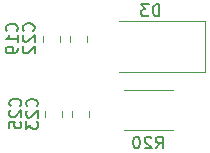
<source format=gbo>
G04 #@! TF.GenerationSoftware,KiCad,Pcbnew,(5.1.2)-2*
G04 #@! TF.CreationDate,2021-06-28T19:19:26-03:00*
G04 #@! TF.ProjectId,Amplificador_v2,416d706c-6966-4696-9361-646f725f7632,rev?*
G04 #@! TF.SameCoordinates,Original*
G04 #@! TF.FileFunction,Legend,Bot*
G04 #@! TF.FilePolarity,Positive*
%FSLAX46Y46*%
G04 Gerber Fmt 4.6, Leading zero omitted, Abs format (unit mm)*
G04 Created by KiCad (PCBNEW (5.1.2)-2) date 2021-06-28 19:19:26*
%MOMM*%
%LPD*%
G04 APERTURE LIST*
%ADD10C,0.120000*%
%ADD11C,0.150000*%
%ADD12C,1.542000*%
%ADD13C,2.442000*%
%ADD14C,3.302000*%
%ADD15C,1.302000*%
%ADD16R,1.302000X1.302000*%
%ADD17O,1.802000X1.802000*%
%ADD18R,1.802000X1.802000*%
%ADD19C,3.102000*%
%ADD20R,3.102000X3.102000*%
%ADD21C,1.702000*%
%ADD22R,1.702000X1.702000*%
%ADD23C,2.502000*%
%ADD24R,2.502000X2.502000*%
%ADD25O,2.102000X2.007000*%
%ADD26R,2.102000X2.007000*%
%ADD27O,2.007000X2.102000*%
%ADD28R,2.007000X2.102000*%
%ADD29C,0.100000*%
%ADD30C,1.452000*%
%ADD31R,3.602000X2.402000*%
%ADD32C,1.077000*%
G04 APERTURE END LIST*
D10*
X124289564Y-159190000D02*
X120185436Y-159190000D01*
X124289564Y-155770000D02*
X120185436Y-155770000D01*
X127028000Y-149932500D02*
X119728000Y-149932500D01*
X127028000Y-154232500D02*
X119728000Y-154232500D01*
X127028000Y-149932500D02*
X127028000Y-154232500D01*
X114946500Y-157538922D02*
X114946500Y-158056078D01*
X113526500Y-157538922D02*
X113526500Y-158056078D01*
X117232500Y-157538922D02*
X117232500Y-158056078D01*
X115812500Y-157538922D02*
X115812500Y-158056078D01*
X117042000Y-151188922D02*
X117042000Y-151706078D01*
X115622000Y-151188922D02*
X115622000Y-151706078D01*
X114756000Y-151188922D02*
X114756000Y-151706078D01*
X113336000Y-151188922D02*
X113336000Y-151706078D01*
D11*
X122867857Y-160727380D02*
X123201190Y-160251190D01*
X123439285Y-160727380D02*
X123439285Y-159727380D01*
X123058333Y-159727380D01*
X122963095Y-159775000D01*
X122915476Y-159822619D01*
X122867857Y-159917857D01*
X122867857Y-160060714D01*
X122915476Y-160155952D01*
X122963095Y-160203571D01*
X123058333Y-160251190D01*
X123439285Y-160251190D01*
X122486904Y-159822619D02*
X122439285Y-159775000D01*
X122344047Y-159727380D01*
X122105952Y-159727380D01*
X122010714Y-159775000D01*
X121963095Y-159822619D01*
X121915476Y-159917857D01*
X121915476Y-160013095D01*
X121963095Y-160155952D01*
X122534523Y-160727380D01*
X121915476Y-160727380D01*
X121296428Y-159727380D02*
X121201190Y-159727380D01*
X121105952Y-159775000D01*
X121058333Y-159822619D01*
X121010714Y-159917857D01*
X120963095Y-160108333D01*
X120963095Y-160346428D01*
X121010714Y-160536904D01*
X121058333Y-160632142D01*
X121105952Y-160679761D01*
X121201190Y-160727380D01*
X121296428Y-160727380D01*
X121391666Y-160679761D01*
X121439285Y-160632142D01*
X121486904Y-160536904D01*
X121534523Y-160346428D01*
X121534523Y-160108333D01*
X121486904Y-159917857D01*
X121439285Y-159822619D01*
X121391666Y-159775000D01*
X121296428Y-159727380D01*
X123166095Y-149534880D02*
X123166095Y-148534880D01*
X122928000Y-148534880D01*
X122785142Y-148582500D01*
X122689904Y-148677738D01*
X122642285Y-148772976D01*
X122594666Y-148963452D01*
X122594666Y-149106309D01*
X122642285Y-149296785D01*
X122689904Y-149392023D01*
X122785142Y-149487261D01*
X122928000Y-149534880D01*
X123166095Y-149534880D01*
X122261333Y-148534880D02*
X121642285Y-148534880D01*
X121975619Y-148915833D01*
X121832761Y-148915833D01*
X121737523Y-148963452D01*
X121689904Y-149011071D01*
X121642285Y-149106309D01*
X121642285Y-149344404D01*
X121689904Y-149439642D01*
X121737523Y-149487261D01*
X121832761Y-149534880D01*
X122118476Y-149534880D01*
X122213714Y-149487261D01*
X122261333Y-149439642D01*
X111382142Y-157132142D02*
X111429761Y-157084523D01*
X111477380Y-156941666D01*
X111477380Y-156846428D01*
X111429761Y-156703571D01*
X111334523Y-156608333D01*
X111239285Y-156560714D01*
X111048809Y-156513095D01*
X110905952Y-156513095D01*
X110715476Y-156560714D01*
X110620238Y-156608333D01*
X110525000Y-156703571D01*
X110477380Y-156846428D01*
X110477380Y-156941666D01*
X110525000Y-157084523D01*
X110572619Y-157132142D01*
X110572619Y-157513095D02*
X110525000Y-157560714D01*
X110477380Y-157655952D01*
X110477380Y-157894047D01*
X110525000Y-157989285D01*
X110572619Y-158036904D01*
X110667857Y-158084523D01*
X110763095Y-158084523D01*
X110905952Y-158036904D01*
X111477380Y-157465476D01*
X111477380Y-158084523D01*
X110477380Y-158989285D02*
X110477380Y-158513095D01*
X110953571Y-158465476D01*
X110905952Y-158513095D01*
X110858333Y-158608333D01*
X110858333Y-158846428D01*
X110905952Y-158941666D01*
X110953571Y-158989285D01*
X111048809Y-159036904D01*
X111286904Y-159036904D01*
X111382142Y-158989285D01*
X111429761Y-158941666D01*
X111477380Y-158846428D01*
X111477380Y-158608333D01*
X111429761Y-158513095D01*
X111382142Y-158465476D01*
X112782142Y-157157142D02*
X112829761Y-157109523D01*
X112877380Y-156966666D01*
X112877380Y-156871428D01*
X112829761Y-156728571D01*
X112734523Y-156633333D01*
X112639285Y-156585714D01*
X112448809Y-156538095D01*
X112305952Y-156538095D01*
X112115476Y-156585714D01*
X112020238Y-156633333D01*
X111925000Y-156728571D01*
X111877380Y-156871428D01*
X111877380Y-156966666D01*
X111925000Y-157109523D01*
X111972619Y-157157142D01*
X111972619Y-157538095D02*
X111925000Y-157585714D01*
X111877380Y-157680952D01*
X111877380Y-157919047D01*
X111925000Y-158014285D01*
X111972619Y-158061904D01*
X112067857Y-158109523D01*
X112163095Y-158109523D01*
X112305952Y-158061904D01*
X112877380Y-157490476D01*
X112877380Y-158109523D01*
X111877380Y-158442857D02*
X111877380Y-159061904D01*
X112258333Y-158728571D01*
X112258333Y-158871428D01*
X112305952Y-158966666D01*
X112353571Y-159014285D01*
X112448809Y-159061904D01*
X112686904Y-159061904D01*
X112782142Y-159014285D01*
X112829761Y-158966666D01*
X112877380Y-158871428D01*
X112877380Y-158585714D01*
X112829761Y-158490476D01*
X112782142Y-158442857D01*
X112507142Y-150757142D02*
X112554761Y-150709523D01*
X112602380Y-150566666D01*
X112602380Y-150471428D01*
X112554761Y-150328571D01*
X112459523Y-150233333D01*
X112364285Y-150185714D01*
X112173809Y-150138095D01*
X112030952Y-150138095D01*
X111840476Y-150185714D01*
X111745238Y-150233333D01*
X111650000Y-150328571D01*
X111602380Y-150471428D01*
X111602380Y-150566666D01*
X111650000Y-150709523D01*
X111697619Y-150757142D01*
X111697619Y-151138095D02*
X111650000Y-151185714D01*
X111602380Y-151280952D01*
X111602380Y-151519047D01*
X111650000Y-151614285D01*
X111697619Y-151661904D01*
X111792857Y-151709523D01*
X111888095Y-151709523D01*
X112030952Y-151661904D01*
X112602380Y-151090476D01*
X112602380Y-151709523D01*
X111697619Y-152090476D02*
X111650000Y-152138095D01*
X111602380Y-152233333D01*
X111602380Y-152471428D01*
X111650000Y-152566666D01*
X111697619Y-152614285D01*
X111792857Y-152661904D01*
X111888095Y-152661904D01*
X112030952Y-152614285D01*
X112602380Y-152042857D01*
X112602380Y-152661904D01*
X111082142Y-150782142D02*
X111129761Y-150734523D01*
X111177380Y-150591666D01*
X111177380Y-150496428D01*
X111129761Y-150353571D01*
X111034523Y-150258333D01*
X110939285Y-150210714D01*
X110748809Y-150163095D01*
X110605952Y-150163095D01*
X110415476Y-150210714D01*
X110320238Y-150258333D01*
X110225000Y-150353571D01*
X110177380Y-150496428D01*
X110177380Y-150591666D01*
X110225000Y-150734523D01*
X110272619Y-150782142D01*
X111177380Y-151734523D02*
X111177380Y-151163095D01*
X111177380Y-151448809D02*
X110177380Y-151448809D01*
X110320238Y-151353571D01*
X110415476Y-151258333D01*
X110463095Y-151163095D01*
X111177380Y-152210714D02*
X111177380Y-152401190D01*
X111129761Y-152496428D01*
X111082142Y-152544047D01*
X110939285Y-152639285D01*
X110748809Y-152686904D01*
X110367857Y-152686904D01*
X110272619Y-152639285D01*
X110225000Y-152591666D01*
X110177380Y-152496428D01*
X110177380Y-152305952D01*
X110225000Y-152210714D01*
X110272619Y-152163095D01*
X110367857Y-152115476D01*
X110605952Y-152115476D01*
X110701190Y-152163095D01*
X110748809Y-152210714D01*
X110796428Y-152305952D01*
X110796428Y-152496428D01*
X110748809Y-152591666D01*
X110701190Y-152639285D01*
X110605952Y-152686904D01*
%LPC*%
D12*
X73850500Y-123825000D03*
X73850500Y-121285000D03*
X73850500Y-118745000D03*
D13*
X124206000Y-94742000D03*
X119206000Y-94742000D03*
X114206000Y-94742000D03*
X105664000Y-94742000D03*
X100664000Y-94742000D03*
X95664000Y-94742000D03*
X86741000Y-94678500D03*
X81741000Y-94678500D03*
X76741000Y-94678500D03*
D14*
X50000000Y-175500000D03*
X191000000Y-175500000D03*
X191000000Y-83500000D03*
X50000000Y-83500000D03*
D15*
X68500000Y-116600000D03*
D16*
X68500000Y-118100000D03*
D17*
X73900000Y-104960000D03*
X73900000Y-107500000D03*
D18*
X73900000Y-110040000D03*
D19*
X51600000Y-90620000D03*
D20*
X51600000Y-95700000D03*
D19*
X51600000Y-102340000D03*
X51600000Y-107420000D03*
D20*
X51600000Y-112500000D03*
D15*
X65100000Y-84600000D03*
D16*
X66600000Y-84600000D03*
D17*
X77660500Y-129857500D03*
D18*
X80200500Y-129857500D03*
D17*
X123190000Y-129603500D03*
D18*
X120650000Y-129603500D03*
D17*
X103505000Y-129667000D03*
D18*
X100965000Y-129667000D03*
D21*
X91948000Y-162020000D03*
D22*
X91948000Y-160020000D03*
D21*
X107315000Y-164521000D03*
D22*
X107315000Y-168021000D03*
D21*
X50704500Y-157162500D03*
D22*
X48704500Y-157162500D03*
D21*
X72961500Y-168370500D03*
D22*
X72961500Y-170370500D03*
D19*
X180000000Y-168580000D03*
D20*
X180000000Y-163500000D03*
D12*
X55689500Y-167767000D03*
X58229500Y-167767000D03*
X60769500Y-167767000D03*
X55689500Y-162052000D03*
X58229500Y-162052000D03*
X60769500Y-162052000D03*
D17*
X91122500Y-133731000D03*
D18*
X88582500Y-133731000D03*
D23*
X185674000Y-147527000D03*
D24*
X185674000Y-152527000D03*
D23*
X185610500Y-138540500D03*
D24*
X185610500Y-133540500D03*
D21*
X130429000Y-115133000D03*
D22*
X130429000Y-111633000D03*
D21*
X89535000Y-115196500D03*
D22*
X89535000Y-111696500D03*
D25*
X95758000Y-122936000D03*
X95758000Y-120396000D03*
D26*
X95758000Y-117856000D03*
D25*
X120650000Y-122999500D03*
X120650000Y-120459500D03*
D26*
X120650000Y-117919500D03*
D25*
X104775000Y-122936000D03*
X104775000Y-120396000D03*
D26*
X104775000Y-117856000D03*
D19*
X180340000Y-120332500D03*
X180340000Y-115252500D03*
D20*
X180340000Y-110172500D03*
D23*
X145415000Y-128785000D03*
D24*
X145415000Y-121285000D03*
D23*
X145415000Y-108846000D03*
D24*
X145415000Y-101346000D03*
D23*
X165227000Y-128912000D03*
D24*
X165227000Y-121412000D03*
D23*
X165227000Y-108782500D03*
D24*
X165227000Y-101282500D03*
D23*
X155942000Y-164592000D03*
X170942000Y-164592000D03*
D17*
X123761500Y-135699500D03*
X123761500Y-138239500D03*
D18*
X123761500Y-140779500D03*
D17*
X101219000Y-143383000D03*
D18*
X98679000Y-143383000D03*
D15*
X101028500Y-134913500D03*
X101028500Y-133413500D03*
D27*
X119697500Y-164084000D03*
X117157500Y-164084000D03*
D28*
X114617500Y-164084000D03*
D29*
G36*
X119820968Y-155755295D02*
G01*
X119847069Y-155759167D01*
X119872666Y-155765578D01*
X119897511Y-155774468D01*
X119921365Y-155785750D01*
X119943998Y-155799316D01*
X119965193Y-155815035D01*
X119984745Y-155832755D01*
X120002465Y-155852307D01*
X120018184Y-155873502D01*
X120031750Y-155896135D01*
X120043032Y-155919989D01*
X120051922Y-155944834D01*
X120058333Y-155970431D01*
X120062205Y-155996532D01*
X120063500Y-156022888D01*
X120063500Y-158937112D01*
X120062205Y-158963468D01*
X120058333Y-158989569D01*
X120051922Y-159015166D01*
X120043032Y-159040011D01*
X120031750Y-159063865D01*
X120018184Y-159086498D01*
X120002465Y-159107693D01*
X119984745Y-159127245D01*
X119965193Y-159144965D01*
X119943998Y-159160684D01*
X119921365Y-159174250D01*
X119897511Y-159185532D01*
X119872666Y-159194422D01*
X119847069Y-159200833D01*
X119820968Y-159204705D01*
X119794612Y-159206000D01*
X118880388Y-159206000D01*
X118854032Y-159204705D01*
X118827931Y-159200833D01*
X118802334Y-159194422D01*
X118777489Y-159185532D01*
X118753635Y-159174250D01*
X118731002Y-159160684D01*
X118709807Y-159144965D01*
X118690255Y-159127245D01*
X118672535Y-159107693D01*
X118656816Y-159086498D01*
X118643250Y-159063865D01*
X118631968Y-159040011D01*
X118623078Y-159015166D01*
X118616667Y-158989569D01*
X118612795Y-158963468D01*
X118611500Y-158937112D01*
X118611500Y-156022888D01*
X118612795Y-155996532D01*
X118616667Y-155970431D01*
X118623078Y-155944834D01*
X118631968Y-155919989D01*
X118643250Y-155896135D01*
X118656816Y-155873502D01*
X118672535Y-155852307D01*
X118690255Y-155832755D01*
X118709807Y-155815035D01*
X118731002Y-155799316D01*
X118753635Y-155785750D01*
X118777489Y-155774468D01*
X118802334Y-155765578D01*
X118827931Y-155759167D01*
X118854032Y-155755295D01*
X118880388Y-155754000D01*
X119794612Y-155754000D01*
X119820968Y-155755295D01*
X119820968Y-155755295D01*
G37*
D30*
X119337500Y-157480000D03*
D29*
G36*
X125620968Y-155755295D02*
G01*
X125647069Y-155759167D01*
X125672666Y-155765578D01*
X125697511Y-155774468D01*
X125721365Y-155785750D01*
X125743998Y-155799316D01*
X125765193Y-155815035D01*
X125784745Y-155832755D01*
X125802465Y-155852307D01*
X125818184Y-155873502D01*
X125831750Y-155896135D01*
X125843032Y-155919989D01*
X125851922Y-155944834D01*
X125858333Y-155970431D01*
X125862205Y-155996532D01*
X125863500Y-156022888D01*
X125863500Y-158937112D01*
X125862205Y-158963468D01*
X125858333Y-158989569D01*
X125851922Y-159015166D01*
X125843032Y-159040011D01*
X125831750Y-159063865D01*
X125818184Y-159086498D01*
X125802465Y-159107693D01*
X125784745Y-159127245D01*
X125765193Y-159144965D01*
X125743998Y-159160684D01*
X125721365Y-159174250D01*
X125697511Y-159185532D01*
X125672666Y-159194422D01*
X125647069Y-159200833D01*
X125620968Y-159204705D01*
X125594612Y-159206000D01*
X124680388Y-159206000D01*
X124654032Y-159204705D01*
X124627931Y-159200833D01*
X124602334Y-159194422D01*
X124577489Y-159185532D01*
X124553635Y-159174250D01*
X124531002Y-159160684D01*
X124509807Y-159144965D01*
X124490255Y-159127245D01*
X124472535Y-159107693D01*
X124456816Y-159086498D01*
X124443250Y-159063865D01*
X124431968Y-159040011D01*
X124423078Y-159015166D01*
X124416667Y-158989569D01*
X124412795Y-158963468D01*
X124411500Y-158937112D01*
X124411500Y-156022888D01*
X124412795Y-155996532D01*
X124416667Y-155970431D01*
X124423078Y-155944834D01*
X124431968Y-155919989D01*
X124443250Y-155896135D01*
X124456816Y-155873502D01*
X124472535Y-155852307D01*
X124490255Y-155832755D01*
X124509807Y-155815035D01*
X124531002Y-155799316D01*
X124553635Y-155785750D01*
X124577489Y-155774468D01*
X124602334Y-155765578D01*
X124627931Y-155759167D01*
X124654032Y-155755295D01*
X124680388Y-155754000D01*
X125594612Y-155754000D01*
X125620968Y-155755295D01*
X125620968Y-155755295D01*
G37*
D30*
X125137500Y-157480000D03*
D19*
X169550002Y-151500000D03*
X155750001Y-151500000D03*
D31*
X119728000Y-152082500D03*
X125128000Y-152082500D03*
D29*
G36*
X114744641Y-158197797D02*
G01*
X114770778Y-158201674D01*
X114796409Y-158208094D01*
X114821288Y-158216995D01*
X114845174Y-158228293D01*
X114867837Y-158241877D01*
X114889060Y-158257617D01*
X114908639Y-158275361D01*
X114926383Y-158294940D01*
X114942123Y-158316163D01*
X114955707Y-158338826D01*
X114967005Y-158362712D01*
X114975906Y-158387591D01*
X114982326Y-158413222D01*
X114986203Y-158439359D01*
X114987500Y-158465750D01*
X114987500Y-159004250D01*
X114986203Y-159030641D01*
X114982326Y-159056778D01*
X114975906Y-159082409D01*
X114967005Y-159107288D01*
X114955707Y-159131174D01*
X114942123Y-159153837D01*
X114926383Y-159175060D01*
X114908639Y-159194639D01*
X114889060Y-159212383D01*
X114867837Y-159228123D01*
X114845174Y-159241707D01*
X114821288Y-159253005D01*
X114796409Y-159261906D01*
X114770778Y-159268326D01*
X114744641Y-159272203D01*
X114718250Y-159273500D01*
X113754750Y-159273500D01*
X113728359Y-159272203D01*
X113702222Y-159268326D01*
X113676591Y-159261906D01*
X113651712Y-159253005D01*
X113627826Y-159241707D01*
X113605163Y-159228123D01*
X113583940Y-159212383D01*
X113564361Y-159194639D01*
X113546617Y-159175060D01*
X113530877Y-159153837D01*
X113517293Y-159131174D01*
X113505995Y-159107288D01*
X113497094Y-159082409D01*
X113490674Y-159056778D01*
X113486797Y-159030641D01*
X113485500Y-159004250D01*
X113485500Y-158465750D01*
X113486797Y-158439359D01*
X113490674Y-158413222D01*
X113497094Y-158387591D01*
X113505995Y-158362712D01*
X113517293Y-158338826D01*
X113530877Y-158316163D01*
X113546617Y-158294940D01*
X113564361Y-158275361D01*
X113583940Y-158257617D01*
X113605163Y-158241877D01*
X113627826Y-158228293D01*
X113651712Y-158216995D01*
X113676591Y-158208094D01*
X113702222Y-158201674D01*
X113728359Y-158197797D01*
X113754750Y-158196500D01*
X114718250Y-158196500D01*
X114744641Y-158197797D01*
X114744641Y-158197797D01*
G37*
D32*
X114236500Y-158735000D03*
D29*
G36*
X114744641Y-156322797D02*
G01*
X114770778Y-156326674D01*
X114796409Y-156333094D01*
X114821288Y-156341995D01*
X114845174Y-156353293D01*
X114867837Y-156366877D01*
X114889060Y-156382617D01*
X114908639Y-156400361D01*
X114926383Y-156419940D01*
X114942123Y-156441163D01*
X114955707Y-156463826D01*
X114967005Y-156487712D01*
X114975906Y-156512591D01*
X114982326Y-156538222D01*
X114986203Y-156564359D01*
X114987500Y-156590750D01*
X114987500Y-157129250D01*
X114986203Y-157155641D01*
X114982326Y-157181778D01*
X114975906Y-157207409D01*
X114967005Y-157232288D01*
X114955707Y-157256174D01*
X114942123Y-157278837D01*
X114926383Y-157300060D01*
X114908639Y-157319639D01*
X114889060Y-157337383D01*
X114867837Y-157353123D01*
X114845174Y-157366707D01*
X114821288Y-157378005D01*
X114796409Y-157386906D01*
X114770778Y-157393326D01*
X114744641Y-157397203D01*
X114718250Y-157398500D01*
X113754750Y-157398500D01*
X113728359Y-157397203D01*
X113702222Y-157393326D01*
X113676591Y-157386906D01*
X113651712Y-157378005D01*
X113627826Y-157366707D01*
X113605163Y-157353123D01*
X113583940Y-157337383D01*
X113564361Y-157319639D01*
X113546617Y-157300060D01*
X113530877Y-157278837D01*
X113517293Y-157256174D01*
X113505995Y-157232288D01*
X113497094Y-157207409D01*
X113490674Y-157181778D01*
X113486797Y-157155641D01*
X113485500Y-157129250D01*
X113485500Y-156590750D01*
X113486797Y-156564359D01*
X113490674Y-156538222D01*
X113497094Y-156512591D01*
X113505995Y-156487712D01*
X113517293Y-156463826D01*
X113530877Y-156441163D01*
X113546617Y-156419940D01*
X113564361Y-156400361D01*
X113583940Y-156382617D01*
X113605163Y-156366877D01*
X113627826Y-156353293D01*
X113651712Y-156341995D01*
X113676591Y-156333094D01*
X113702222Y-156326674D01*
X113728359Y-156322797D01*
X113754750Y-156321500D01*
X114718250Y-156321500D01*
X114744641Y-156322797D01*
X114744641Y-156322797D01*
G37*
D32*
X114236500Y-156860000D03*
D29*
G36*
X117030641Y-158197797D02*
G01*
X117056778Y-158201674D01*
X117082409Y-158208094D01*
X117107288Y-158216995D01*
X117131174Y-158228293D01*
X117153837Y-158241877D01*
X117175060Y-158257617D01*
X117194639Y-158275361D01*
X117212383Y-158294940D01*
X117228123Y-158316163D01*
X117241707Y-158338826D01*
X117253005Y-158362712D01*
X117261906Y-158387591D01*
X117268326Y-158413222D01*
X117272203Y-158439359D01*
X117273500Y-158465750D01*
X117273500Y-159004250D01*
X117272203Y-159030641D01*
X117268326Y-159056778D01*
X117261906Y-159082409D01*
X117253005Y-159107288D01*
X117241707Y-159131174D01*
X117228123Y-159153837D01*
X117212383Y-159175060D01*
X117194639Y-159194639D01*
X117175060Y-159212383D01*
X117153837Y-159228123D01*
X117131174Y-159241707D01*
X117107288Y-159253005D01*
X117082409Y-159261906D01*
X117056778Y-159268326D01*
X117030641Y-159272203D01*
X117004250Y-159273500D01*
X116040750Y-159273500D01*
X116014359Y-159272203D01*
X115988222Y-159268326D01*
X115962591Y-159261906D01*
X115937712Y-159253005D01*
X115913826Y-159241707D01*
X115891163Y-159228123D01*
X115869940Y-159212383D01*
X115850361Y-159194639D01*
X115832617Y-159175060D01*
X115816877Y-159153837D01*
X115803293Y-159131174D01*
X115791995Y-159107288D01*
X115783094Y-159082409D01*
X115776674Y-159056778D01*
X115772797Y-159030641D01*
X115771500Y-159004250D01*
X115771500Y-158465750D01*
X115772797Y-158439359D01*
X115776674Y-158413222D01*
X115783094Y-158387591D01*
X115791995Y-158362712D01*
X115803293Y-158338826D01*
X115816877Y-158316163D01*
X115832617Y-158294940D01*
X115850361Y-158275361D01*
X115869940Y-158257617D01*
X115891163Y-158241877D01*
X115913826Y-158228293D01*
X115937712Y-158216995D01*
X115962591Y-158208094D01*
X115988222Y-158201674D01*
X116014359Y-158197797D01*
X116040750Y-158196500D01*
X117004250Y-158196500D01*
X117030641Y-158197797D01*
X117030641Y-158197797D01*
G37*
D32*
X116522500Y-158735000D03*
D29*
G36*
X117030641Y-156322797D02*
G01*
X117056778Y-156326674D01*
X117082409Y-156333094D01*
X117107288Y-156341995D01*
X117131174Y-156353293D01*
X117153837Y-156366877D01*
X117175060Y-156382617D01*
X117194639Y-156400361D01*
X117212383Y-156419940D01*
X117228123Y-156441163D01*
X117241707Y-156463826D01*
X117253005Y-156487712D01*
X117261906Y-156512591D01*
X117268326Y-156538222D01*
X117272203Y-156564359D01*
X117273500Y-156590750D01*
X117273500Y-157129250D01*
X117272203Y-157155641D01*
X117268326Y-157181778D01*
X117261906Y-157207409D01*
X117253005Y-157232288D01*
X117241707Y-157256174D01*
X117228123Y-157278837D01*
X117212383Y-157300060D01*
X117194639Y-157319639D01*
X117175060Y-157337383D01*
X117153837Y-157353123D01*
X117131174Y-157366707D01*
X117107288Y-157378005D01*
X117082409Y-157386906D01*
X117056778Y-157393326D01*
X117030641Y-157397203D01*
X117004250Y-157398500D01*
X116040750Y-157398500D01*
X116014359Y-157397203D01*
X115988222Y-157393326D01*
X115962591Y-157386906D01*
X115937712Y-157378005D01*
X115913826Y-157366707D01*
X115891163Y-157353123D01*
X115869940Y-157337383D01*
X115850361Y-157319639D01*
X115832617Y-157300060D01*
X115816877Y-157278837D01*
X115803293Y-157256174D01*
X115791995Y-157232288D01*
X115783094Y-157207409D01*
X115776674Y-157181778D01*
X115772797Y-157155641D01*
X115771500Y-157129250D01*
X115771500Y-156590750D01*
X115772797Y-156564359D01*
X115776674Y-156538222D01*
X115783094Y-156512591D01*
X115791995Y-156487712D01*
X115803293Y-156463826D01*
X115816877Y-156441163D01*
X115832617Y-156419940D01*
X115850361Y-156400361D01*
X115869940Y-156382617D01*
X115891163Y-156366877D01*
X115913826Y-156353293D01*
X115937712Y-156341995D01*
X115962591Y-156333094D01*
X115988222Y-156326674D01*
X116014359Y-156322797D01*
X116040750Y-156321500D01*
X117004250Y-156321500D01*
X117030641Y-156322797D01*
X117030641Y-156322797D01*
G37*
D32*
X116522500Y-156860000D03*
D29*
G36*
X116840141Y-151847797D02*
G01*
X116866278Y-151851674D01*
X116891909Y-151858094D01*
X116916788Y-151866995D01*
X116940674Y-151878293D01*
X116963337Y-151891877D01*
X116984560Y-151907617D01*
X117004139Y-151925361D01*
X117021883Y-151944940D01*
X117037623Y-151966163D01*
X117051207Y-151988826D01*
X117062505Y-152012712D01*
X117071406Y-152037591D01*
X117077826Y-152063222D01*
X117081703Y-152089359D01*
X117083000Y-152115750D01*
X117083000Y-152654250D01*
X117081703Y-152680641D01*
X117077826Y-152706778D01*
X117071406Y-152732409D01*
X117062505Y-152757288D01*
X117051207Y-152781174D01*
X117037623Y-152803837D01*
X117021883Y-152825060D01*
X117004139Y-152844639D01*
X116984560Y-152862383D01*
X116963337Y-152878123D01*
X116940674Y-152891707D01*
X116916788Y-152903005D01*
X116891909Y-152911906D01*
X116866278Y-152918326D01*
X116840141Y-152922203D01*
X116813750Y-152923500D01*
X115850250Y-152923500D01*
X115823859Y-152922203D01*
X115797722Y-152918326D01*
X115772091Y-152911906D01*
X115747212Y-152903005D01*
X115723326Y-152891707D01*
X115700663Y-152878123D01*
X115679440Y-152862383D01*
X115659861Y-152844639D01*
X115642117Y-152825060D01*
X115626377Y-152803837D01*
X115612793Y-152781174D01*
X115601495Y-152757288D01*
X115592594Y-152732409D01*
X115586174Y-152706778D01*
X115582297Y-152680641D01*
X115581000Y-152654250D01*
X115581000Y-152115750D01*
X115582297Y-152089359D01*
X115586174Y-152063222D01*
X115592594Y-152037591D01*
X115601495Y-152012712D01*
X115612793Y-151988826D01*
X115626377Y-151966163D01*
X115642117Y-151944940D01*
X115659861Y-151925361D01*
X115679440Y-151907617D01*
X115700663Y-151891877D01*
X115723326Y-151878293D01*
X115747212Y-151866995D01*
X115772091Y-151858094D01*
X115797722Y-151851674D01*
X115823859Y-151847797D01*
X115850250Y-151846500D01*
X116813750Y-151846500D01*
X116840141Y-151847797D01*
X116840141Y-151847797D01*
G37*
D32*
X116332000Y-152385000D03*
D29*
G36*
X116840141Y-149972797D02*
G01*
X116866278Y-149976674D01*
X116891909Y-149983094D01*
X116916788Y-149991995D01*
X116940674Y-150003293D01*
X116963337Y-150016877D01*
X116984560Y-150032617D01*
X117004139Y-150050361D01*
X117021883Y-150069940D01*
X117037623Y-150091163D01*
X117051207Y-150113826D01*
X117062505Y-150137712D01*
X117071406Y-150162591D01*
X117077826Y-150188222D01*
X117081703Y-150214359D01*
X117083000Y-150240750D01*
X117083000Y-150779250D01*
X117081703Y-150805641D01*
X117077826Y-150831778D01*
X117071406Y-150857409D01*
X117062505Y-150882288D01*
X117051207Y-150906174D01*
X117037623Y-150928837D01*
X117021883Y-150950060D01*
X117004139Y-150969639D01*
X116984560Y-150987383D01*
X116963337Y-151003123D01*
X116940674Y-151016707D01*
X116916788Y-151028005D01*
X116891909Y-151036906D01*
X116866278Y-151043326D01*
X116840141Y-151047203D01*
X116813750Y-151048500D01*
X115850250Y-151048500D01*
X115823859Y-151047203D01*
X115797722Y-151043326D01*
X115772091Y-151036906D01*
X115747212Y-151028005D01*
X115723326Y-151016707D01*
X115700663Y-151003123D01*
X115679440Y-150987383D01*
X115659861Y-150969639D01*
X115642117Y-150950060D01*
X115626377Y-150928837D01*
X115612793Y-150906174D01*
X115601495Y-150882288D01*
X115592594Y-150857409D01*
X115586174Y-150831778D01*
X115582297Y-150805641D01*
X115581000Y-150779250D01*
X115581000Y-150240750D01*
X115582297Y-150214359D01*
X115586174Y-150188222D01*
X115592594Y-150162591D01*
X115601495Y-150137712D01*
X115612793Y-150113826D01*
X115626377Y-150091163D01*
X115642117Y-150069940D01*
X115659861Y-150050361D01*
X115679440Y-150032617D01*
X115700663Y-150016877D01*
X115723326Y-150003293D01*
X115747212Y-149991995D01*
X115772091Y-149983094D01*
X115797722Y-149976674D01*
X115823859Y-149972797D01*
X115850250Y-149971500D01*
X116813750Y-149971500D01*
X116840141Y-149972797D01*
X116840141Y-149972797D01*
G37*
D32*
X116332000Y-150510000D03*
D15*
X117816500Y-168084500D03*
X119316500Y-168084500D03*
D29*
G36*
X114554141Y-151847797D02*
G01*
X114580278Y-151851674D01*
X114605909Y-151858094D01*
X114630788Y-151866995D01*
X114654674Y-151878293D01*
X114677337Y-151891877D01*
X114698560Y-151907617D01*
X114718139Y-151925361D01*
X114735883Y-151944940D01*
X114751623Y-151966163D01*
X114765207Y-151988826D01*
X114776505Y-152012712D01*
X114785406Y-152037591D01*
X114791826Y-152063222D01*
X114795703Y-152089359D01*
X114797000Y-152115750D01*
X114797000Y-152654250D01*
X114795703Y-152680641D01*
X114791826Y-152706778D01*
X114785406Y-152732409D01*
X114776505Y-152757288D01*
X114765207Y-152781174D01*
X114751623Y-152803837D01*
X114735883Y-152825060D01*
X114718139Y-152844639D01*
X114698560Y-152862383D01*
X114677337Y-152878123D01*
X114654674Y-152891707D01*
X114630788Y-152903005D01*
X114605909Y-152911906D01*
X114580278Y-152918326D01*
X114554141Y-152922203D01*
X114527750Y-152923500D01*
X113564250Y-152923500D01*
X113537859Y-152922203D01*
X113511722Y-152918326D01*
X113486091Y-152911906D01*
X113461212Y-152903005D01*
X113437326Y-152891707D01*
X113414663Y-152878123D01*
X113393440Y-152862383D01*
X113373861Y-152844639D01*
X113356117Y-152825060D01*
X113340377Y-152803837D01*
X113326793Y-152781174D01*
X113315495Y-152757288D01*
X113306594Y-152732409D01*
X113300174Y-152706778D01*
X113296297Y-152680641D01*
X113295000Y-152654250D01*
X113295000Y-152115750D01*
X113296297Y-152089359D01*
X113300174Y-152063222D01*
X113306594Y-152037591D01*
X113315495Y-152012712D01*
X113326793Y-151988826D01*
X113340377Y-151966163D01*
X113356117Y-151944940D01*
X113373861Y-151925361D01*
X113393440Y-151907617D01*
X113414663Y-151891877D01*
X113437326Y-151878293D01*
X113461212Y-151866995D01*
X113486091Y-151858094D01*
X113511722Y-151851674D01*
X113537859Y-151847797D01*
X113564250Y-151846500D01*
X114527750Y-151846500D01*
X114554141Y-151847797D01*
X114554141Y-151847797D01*
G37*
D32*
X114046000Y-152385000D03*
D29*
G36*
X114554141Y-149972797D02*
G01*
X114580278Y-149976674D01*
X114605909Y-149983094D01*
X114630788Y-149991995D01*
X114654674Y-150003293D01*
X114677337Y-150016877D01*
X114698560Y-150032617D01*
X114718139Y-150050361D01*
X114735883Y-150069940D01*
X114751623Y-150091163D01*
X114765207Y-150113826D01*
X114776505Y-150137712D01*
X114785406Y-150162591D01*
X114791826Y-150188222D01*
X114795703Y-150214359D01*
X114797000Y-150240750D01*
X114797000Y-150779250D01*
X114795703Y-150805641D01*
X114791826Y-150831778D01*
X114785406Y-150857409D01*
X114776505Y-150882288D01*
X114765207Y-150906174D01*
X114751623Y-150928837D01*
X114735883Y-150950060D01*
X114718139Y-150969639D01*
X114698560Y-150987383D01*
X114677337Y-151003123D01*
X114654674Y-151016707D01*
X114630788Y-151028005D01*
X114605909Y-151036906D01*
X114580278Y-151043326D01*
X114554141Y-151047203D01*
X114527750Y-151048500D01*
X113564250Y-151048500D01*
X113537859Y-151047203D01*
X113511722Y-151043326D01*
X113486091Y-151036906D01*
X113461212Y-151028005D01*
X113437326Y-151016707D01*
X113414663Y-151003123D01*
X113393440Y-150987383D01*
X113373861Y-150969639D01*
X113356117Y-150950060D01*
X113340377Y-150928837D01*
X113326793Y-150906174D01*
X113315495Y-150882288D01*
X113306594Y-150857409D01*
X113300174Y-150831778D01*
X113296297Y-150805641D01*
X113295000Y-150779250D01*
X113295000Y-150240750D01*
X113296297Y-150214359D01*
X113300174Y-150188222D01*
X113306594Y-150162591D01*
X113315495Y-150137712D01*
X113326793Y-150113826D01*
X113340377Y-150091163D01*
X113356117Y-150069940D01*
X113373861Y-150050361D01*
X113393440Y-150032617D01*
X113414663Y-150016877D01*
X113437326Y-150003293D01*
X113461212Y-149991995D01*
X113486091Y-149983094D01*
X113511722Y-149976674D01*
X113537859Y-149972797D01*
X113564250Y-149971500D01*
X114527750Y-149971500D01*
X114554141Y-149972797D01*
X114554141Y-149972797D01*
G37*
D32*
X114046000Y-150510000D03*
D17*
X87882500Y-141414500D03*
X90422500Y-141414500D03*
D18*
X92962500Y-141414500D03*
D17*
X92962500Y-137604500D03*
X90422500Y-137604500D03*
D18*
X87882500Y-137604500D03*
M02*

</source>
